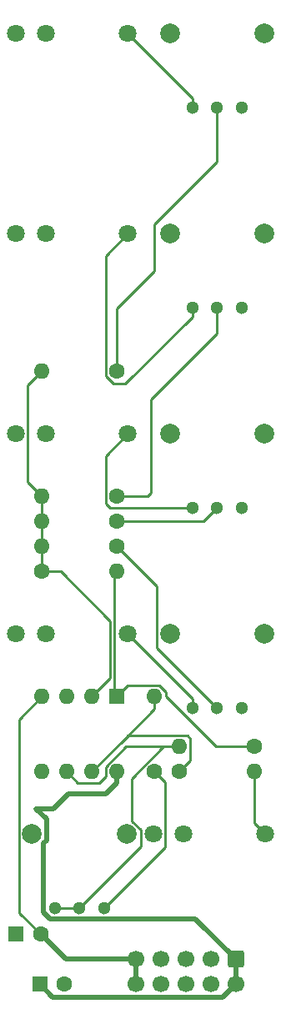
<source format=gbr>
%TF.GenerationSoftware,KiCad,Pcbnew,7.0.10-7.0.10~ubuntu22.04.1*%
%TF.CreationDate,2024-04-01T10:40:11+02:00*%
%TF.ProjectId,HigawoEurorackMixer,48696761-776f-4457-9572-6f7261636b4d,rev?*%
%TF.SameCoordinates,Original*%
%TF.FileFunction,Copper,L1,Top*%
%TF.FilePolarity,Positive*%
%FSLAX46Y46*%
G04 Gerber Fmt 4.6, Leading zero omitted, Abs format (unit mm)*
G04 Created by KiCad (PCBNEW 7.0.10-7.0.10~ubuntu22.04.1) date 2024-04-01 10:40:11*
%MOMM*%
%LPD*%
G01*
G04 APERTURE LIST*
G04 Aperture macros list*
%AMRoundRect*
0 Rectangle with rounded corners*
0 $1 Rounding radius*
0 $2 $3 $4 $5 $6 $7 $8 $9 X,Y pos of 4 corners*
0 Add a 4 corners polygon primitive as box body*
4,1,4,$2,$3,$4,$5,$6,$7,$8,$9,$2,$3,0*
0 Add four circle primitives for the rounded corners*
1,1,$1+$1,$2,$3*
1,1,$1+$1,$4,$5*
1,1,$1+$1,$6,$7*
1,1,$1+$1,$8,$9*
0 Add four rect primitives between the rounded corners*
20,1,$1+$1,$2,$3,$4,$5,0*
20,1,$1+$1,$4,$5,$6,$7,0*
20,1,$1+$1,$6,$7,$8,$9,0*
20,1,$1+$1,$8,$9,$2,$3,0*%
G04 Aperture macros list end*
%TA.AperFunction,ComponentPad*%
%ADD10C,1.600000*%
%TD*%
%TA.AperFunction,ComponentPad*%
%ADD11O,1.600000X1.600000*%
%TD*%
%TA.AperFunction,ComponentPad*%
%ADD12C,2.000000*%
%TD*%
%TA.AperFunction,ComponentPad*%
%ADD13C,1.300000*%
%TD*%
%TA.AperFunction,ComponentPad*%
%ADD14R,1.600000X1.600000*%
%TD*%
%TA.AperFunction,ComponentPad*%
%ADD15C,1.800000*%
%TD*%
%TA.AperFunction,ComponentPad*%
%ADD16RoundRect,0.250000X-0.600000X0.600000X-0.600000X-0.600000X0.600000X-0.600000X0.600000X0.600000X0*%
%TD*%
%TA.AperFunction,ComponentPad*%
%ADD17C,1.700000*%
%TD*%
%TA.AperFunction,Conductor*%
%ADD18C,0.500000*%
%TD*%
%TA.AperFunction,Conductor*%
%ADD19C,0.250000*%
%TD*%
G04 APERTURE END LIST*
D10*
%TO.P,R1,1*%
%TO.N,Net-(R1-Pad1)*%
X88900000Y-91440000D03*
D11*
%TO.P,R1,2*%
%TO.N,Net-(U2A--)*%
X81280000Y-91440000D03*
%TD*%
D10*
%TO.P,R2,1*%
%TO.N,Net-(R2-Pad1)*%
X88900000Y-104140000D03*
D11*
%TO.P,R2,2*%
%TO.N,Net-(U2A--)*%
X81280000Y-104140000D03*
%TD*%
D12*
%TO.P,RV3,*%
%TO.N,*%
X94260000Y-97790000D03*
X103860000Y-97790000D03*
D13*
%TO.P,RV3,1,1*%
%TO.N,Net-(J3-PadT)*%
X96560000Y-105290000D03*
%TO.P,RV3,2,2*%
%TO.N,Net-(R3-Pad1)*%
X99060000Y-105290000D03*
%TO.P,RV3,3,3*%
%TO.N,GND*%
X101560000Y-105290000D03*
%TD*%
D12*
%TO.P,RV4,*%
%TO.N,*%
X94260000Y-118110000D03*
X103860000Y-118110000D03*
D13*
%TO.P,RV4,1,1*%
%TO.N,Net-(J4-PadT)*%
X96560000Y-125610000D03*
%TO.P,RV4,2,2*%
%TO.N,Net-(R4-Pad1)*%
X99060000Y-125610000D03*
%TO.P,RV4,3,3*%
%TO.N,GND*%
X101560000Y-125610000D03*
%TD*%
D10*
%TO.P,R8,1*%
%TO.N,Net-(R7-Pad2)*%
X95250000Y-132080000D03*
D11*
%TO.P,R8,2*%
%TO.N,Net-(J5-PadT)*%
X102870000Y-132080000D03*
%TD*%
D12*
%TO.P,RV1,*%
%TO.N,*%
X94260000Y-57150000D03*
X103860000Y-57150000D03*
D13*
%TO.P,RV1,1,1*%
%TO.N,Net-(J1-PadT)*%
X96560000Y-64650000D03*
%TO.P,RV1,2,2*%
%TO.N,Net-(R1-Pad1)*%
X99060000Y-64650000D03*
%TO.P,RV1,3,3*%
%TO.N,GND*%
X101560000Y-64650000D03*
%TD*%
D14*
%TO.P,C2,1*%
%TO.N,GND*%
X78653000Y-148590000D03*
D10*
%TO.P,C2,2*%
%TO.N,Net-(U2C-V-)*%
X81153000Y-148590000D03*
%TD*%
D15*
%TO.P,J1,S*%
%TO.N,GND*%
X78610000Y-57150000D03*
%TO.P,J1,T*%
%TO.N,Net-(J1-PadT)*%
X90010000Y-57150000D03*
%TO.P,J1,TN*%
%TO.N,unconnected-(J1-PadTN)*%
X81710000Y-57150000D03*
%TD*%
D10*
%TO.P,R5,1*%
%TO.N,Net-(U2A--)*%
X81280000Y-111760000D03*
D11*
%TO.P,R5,2*%
%TO.N,Net-(R5-Pad2)*%
X88900000Y-111760000D03*
%TD*%
D15*
%TO.P,J5,S*%
%TO.N,GND*%
X92580000Y-138430000D03*
%TO.P,J5,T*%
%TO.N,Net-(J5-PadT)*%
X103980000Y-138430000D03*
%TO.P,J5,TN*%
%TO.N,unconnected-(J5-PadTN)*%
X95680000Y-138430000D03*
%TD*%
%TO.P,J2,S*%
%TO.N,GND*%
X78610000Y-77470000D03*
%TO.P,J2,T*%
%TO.N,Net-(J2-PadT)*%
X90010000Y-77470000D03*
%TO.P,J2,TN*%
%TO.N,unconnected-(J2-PadTN)*%
X81710000Y-77470000D03*
%TD*%
D10*
%TO.P,R4,1*%
%TO.N,Net-(R4-Pad1)*%
X88900000Y-109220000D03*
D11*
%TO.P,R4,2*%
%TO.N,Net-(U2A--)*%
X81280000Y-109220000D03*
%TD*%
D12*
%TO.P,RV2,*%
%TO.N,*%
X94260000Y-77470000D03*
X103860000Y-77470000D03*
D13*
%TO.P,RV2,1,1*%
%TO.N,Net-(J2-PadT)*%
X96560000Y-84970000D03*
%TO.P,RV2,2,2*%
%TO.N,Net-(R2-Pad1)*%
X99060000Y-84970000D03*
%TO.P,RV2,3,3*%
%TO.N,GND*%
X101560000Y-84970000D03*
%TD*%
D10*
%TO.P,R7,1*%
%TO.N,Net-(R7-Pad1)*%
X92710000Y-132080000D03*
D11*
%TO.P,R7,2*%
%TO.N,Net-(R7-Pad2)*%
X92710000Y-124460000D03*
%TD*%
D10*
%TO.P,R3,1*%
%TO.N,Net-(R3-Pad1)*%
X88900000Y-106680000D03*
D11*
%TO.P,R3,2*%
%TO.N,Net-(U2A--)*%
X81280000Y-106680000D03*
%TD*%
D12*
%TO.P,RV5,*%
%TO.N,*%
X80282966Y-138430000D03*
X89882966Y-138430000D03*
D13*
%TO.P,RV5,1,1*%
%TO.N,Net-(U2B--)*%
X82582966Y-145930000D03*
%TO.P,RV5,2,2*%
X85082966Y-145930000D03*
%TO.P,RV5,3,3*%
%TO.N,Net-(R7-Pad1)*%
X87582966Y-145930000D03*
%TD*%
D16*
%TO.P,J6,1,+12V*%
%TO.N,Net-(U2C-V+)*%
X100965000Y-151130000D03*
D17*
%TO.P,J6,2,+12V*%
X100965000Y-153670000D03*
%TO.P,J6,3,GND*%
%TO.N,GND*%
X98425000Y-151130000D03*
%TO.P,J6,4,GND*%
X98425000Y-153670000D03*
%TO.P,J6,5,GND*%
X95885000Y-151130000D03*
%TO.P,J6,6,GND*%
X95885000Y-153670000D03*
%TO.P,J6,7,GND*%
X93345000Y-151130000D03*
%TO.P,J6,8,GND*%
X93345000Y-153670000D03*
%TO.P,J6,9,-12V*%
%TO.N,Net-(U2C-V-)*%
X90805000Y-151130000D03*
%TO.P,J6,10,-12V*%
X90805000Y-153670000D03*
%TD*%
D14*
%TO.P,C1,1*%
%TO.N,Net-(U2C-V+)*%
X81090888Y-153670000D03*
D10*
%TO.P,C1,2*%
%TO.N,GND*%
X83590888Y-153670000D03*
%TD*%
D15*
%TO.P,J3,S*%
%TO.N,GND*%
X78610000Y-97790000D03*
%TO.P,J3,T*%
%TO.N,Net-(J3-PadT)*%
X90010000Y-97790000D03*
%TO.P,J3,TN*%
%TO.N,unconnected-(J3-PadTN)*%
X81710000Y-97790000D03*
%TD*%
D10*
%TO.P,R6,1*%
%TO.N,Net-(R5-Pad2)*%
X102870000Y-129540000D03*
D11*
%TO.P,R6,2*%
%TO.N,Net-(U2B--)*%
X95250000Y-129540000D03*
%TD*%
D15*
%TO.P,J4,S*%
%TO.N,GND*%
X78610000Y-118110000D03*
%TO.P,J4,T*%
%TO.N,Net-(J4-PadT)*%
X90010000Y-118110000D03*
%TO.P,J4,TN*%
%TO.N,unconnected-(J4-PadTN)*%
X81710000Y-118110000D03*
%TD*%
D14*
%TO.P,U2,1*%
%TO.N,Net-(R5-Pad2)*%
X88900000Y-124460000D03*
D11*
%TO.P,U2,2,-*%
%TO.N,Net-(U2A--)*%
X86360000Y-124460000D03*
%TO.P,U2,3,+*%
%TO.N,GND*%
X83820000Y-124460000D03*
%TO.P,U2,4,V-*%
%TO.N,Net-(U2C-V-)*%
X81280000Y-124460000D03*
%TO.P,U2,5,+*%
%TO.N,GND*%
X81280000Y-132080000D03*
%TO.P,U2,6,-*%
%TO.N,Net-(U2B--)*%
X83820000Y-132080000D03*
%TO.P,U2,7*%
%TO.N,Net-(R7-Pad2)*%
X86360000Y-132080000D03*
%TO.P,U2,8,V+*%
%TO.N,Net-(U2C-V+)*%
X88900000Y-132080000D03*
%TD*%
D18*
%TO.N,Net-(U2C-V+)*%
X81090888Y-153670000D02*
X82390888Y-154970000D01*
X82390888Y-154970000D02*
X99665000Y-154970000D01*
X99665000Y-154970000D02*
X100965000Y-153670000D01*
X100965000Y-151130000D02*
X100965000Y-153670000D01*
X82467013Y-135853377D02*
X84011895Y-134308495D01*
X100965000Y-151130000D02*
X96865000Y-147030000D01*
X80711467Y-135853377D02*
X82467013Y-135853377D01*
X96865000Y-147030000D02*
X82127331Y-147030000D01*
X81732966Y-136874876D02*
X80711467Y-135853377D01*
X84011895Y-134308495D02*
X87802875Y-134308495D01*
X82127331Y-147030000D02*
X81459062Y-146361731D01*
X88900000Y-133211370D02*
X88900000Y-132080000D01*
X81459062Y-146361731D02*
X81459062Y-139304514D01*
X81459062Y-139304514D02*
X81732966Y-139030610D01*
X81732966Y-139030610D02*
X81732966Y-136874876D01*
X87802875Y-134308495D02*
X88900000Y-133211370D01*
D19*
%TO.N,Net-(U2B--)*%
X83820000Y-132080000D02*
X84945000Y-133205000D01*
X84945000Y-133205000D02*
X87115991Y-133205000D01*
X87115991Y-133205000D02*
X87775000Y-132545991D01*
X87775000Y-132545991D02*
X87775000Y-131614009D01*
X87775000Y-131614009D02*
X89849009Y-129540000D01*
X89849009Y-129540000D02*
X95250000Y-129540000D01*
D18*
%TO.N,Net-(U2C-V-)*%
X90805000Y-151130000D02*
X90805000Y-153670000D01*
D19*
%TO.N,Net-(U2C-V+)*%
X88900000Y-132080000D02*
X89020159Y-131959841D01*
D18*
%TO.N,Net-(U2C-V-)*%
X90805000Y-151130000D02*
X83693000Y-151130000D01*
X83693000Y-151130000D02*
X81153000Y-148590000D01*
D19*
%TO.N,Net-(R7-Pad2)*%
X86360000Y-132080000D02*
X89641787Y-128798213D01*
X89641787Y-128798213D02*
X90025000Y-128415000D01*
X92710000Y-124460000D02*
X92710000Y-125730000D01*
X92710000Y-125730000D02*
X89641787Y-128798213D01*
%TO.N,Net-(R5-Pad2)*%
X88900000Y-124460000D02*
X90025000Y-123335000D01*
X90025000Y-123335000D02*
X93175991Y-123335000D01*
X93842911Y-124460000D02*
X98922911Y-129540000D01*
X93175991Y-123335000D02*
X93842911Y-124001920D01*
X93842911Y-124001920D02*
X93842911Y-124460000D01*
X98922911Y-129540000D02*
X102870000Y-129540000D01*
%TO.N,Net-(R7-Pad2)*%
X90025000Y-128415000D02*
X96072793Y-128415000D01*
X96072793Y-128415000D02*
X96375000Y-128717207D01*
X96375000Y-128717207D02*
X96375000Y-130955000D01*
X96375000Y-130955000D02*
X95250000Y-132080000D01*
%TO.N,Net-(U2B--)*%
X95250000Y-129540000D02*
X93659009Y-129540000D01*
X93659009Y-129540000D02*
X90431799Y-132767210D01*
X90431799Y-132767210D02*
X90431799Y-137105000D01*
%TO.N,Net-(J5-PadT)*%
X102870000Y-132080000D02*
X102870000Y-137320000D01*
X102870000Y-137320000D02*
X103980000Y-138430000D01*
%TO.N,Net-(R7-Pad1)*%
X87582966Y-145930000D02*
X93805000Y-139707966D01*
X93805000Y-139707966D02*
X93805000Y-133175000D01*
X93805000Y-133175000D02*
X92710000Y-132080000D01*
%TO.N,Net-(U2B--)*%
X91310719Y-137983920D02*
X91310719Y-139702247D01*
X85082966Y-145930000D02*
X82582966Y-145930000D01*
X90431799Y-137105000D02*
X91310719Y-137983920D01*
X91310719Y-139702247D02*
X85082966Y-145930000D01*
%TO.N,Net-(U2C-V+)*%
X89020159Y-131959841D02*
X89020159Y-131884250D01*
%TO.N,Net-(U2C-V-)*%
X81280000Y-124460000D02*
X78957966Y-126782034D01*
X78957966Y-126782034D02*
X78957966Y-146394966D01*
X78957966Y-146394966D02*
X81153000Y-148590000D01*
%TO.N,Net-(R5-Pad2)*%
X88900000Y-111760000D02*
X88670769Y-111989231D01*
X88670769Y-111989231D02*
X88670769Y-124230769D01*
X88670769Y-124230769D02*
X88900000Y-124460000D01*
%TO.N,Net-(J4-PadT)*%
X96560000Y-125610000D02*
X96560000Y-124660000D01*
X96560000Y-124660000D02*
X90010000Y-118110000D01*
%TO.N,Net-(R4-Pad1)*%
X88900000Y-109220000D02*
X92935000Y-113255000D01*
X92935000Y-113255000D02*
X92935000Y-119485000D01*
X92935000Y-119485000D02*
X99060000Y-125610000D01*
%TO.N,Net-(U2A--)*%
X81280000Y-111760000D02*
X83168520Y-111760000D01*
X83168520Y-111760000D02*
X88220769Y-116812249D01*
X88220769Y-116812249D02*
X88220769Y-122599231D01*
X88220769Y-122599231D02*
X86360000Y-124460000D01*
X81280000Y-109220000D02*
X81280000Y-111760000D01*
X81280000Y-106680000D02*
X81280000Y-109220000D01*
X81280000Y-104140000D02*
X81280000Y-106680000D01*
X81280000Y-91440000D02*
X79835000Y-92885000D01*
X79835000Y-92885000D02*
X79835000Y-102695000D01*
X79835000Y-102695000D02*
X81280000Y-104140000D01*
%TO.N,Net-(R3-Pad1)*%
X88900000Y-106680000D02*
X97670000Y-106680000D01*
X97670000Y-106680000D02*
X99060000Y-105290000D01*
%TO.N,Net-(J3-PadT)*%
X90010000Y-97790000D02*
X87775000Y-100025000D01*
X87775000Y-100025000D02*
X87775000Y-104895991D01*
X87775000Y-104895991D02*
X88169009Y-105290000D01*
X88169009Y-105290000D02*
X96560000Y-105290000D01*
%TO.N,Net-(R2-Pad1)*%
X99060000Y-84970000D02*
X99060000Y-87622474D01*
X99060000Y-87622474D02*
X92358885Y-94323589D01*
X92358885Y-94323589D02*
X92358885Y-103803185D01*
X92358885Y-103803185D02*
X92022070Y-104140000D01*
X92022070Y-104140000D02*
X88900000Y-104140000D01*
%TO.N,Net-(J2-PadT)*%
X90010000Y-77470000D02*
X87775000Y-79705000D01*
X87775000Y-79705000D02*
X87775000Y-91905991D01*
X89739238Y-92710000D02*
X96560000Y-85889238D01*
X87775000Y-91905991D02*
X88579009Y-92710000D01*
X88579009Y-92710000D02*
X89739238Y-92710000D01*
X96560000Y-85889238D02*
X96560000Y-84970000D01*
%TO.N,Net-(R1-Pad1)*%
X92710000Y-76502412D02*
X92710000Y-81280000D01*
X88900000Y-85090000D02*
X88900000Y-91440000D01*
X99060000Y-70152412D02*
X92710000Y-76502412D01*
X99060000Y-64650000D02*
X99060000Y-70152412D01*
X92710000Y-81280000D02*
X88900000Y-85090000D01*
%TO.N,Net-(J1-PadT)*%
X90010000Y-57150000D02*
X96560000Y-63700000D01*
X96560000Y-63700000D02*
X96560000Y-64650000D01*
%TD*%
M02*

</source>
